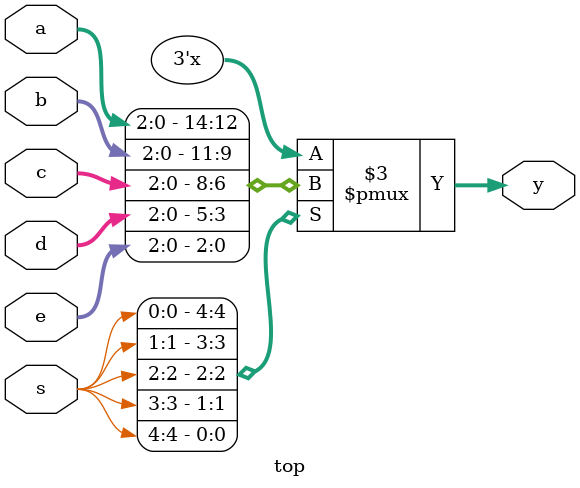
<source format=sv>
module top (input [4:0] s, input [2:0] a, b, c, d, e, output reg [2:0] y);
  always @* begin
    (* parallel_case, full_case *)
    casez (s)
      5'b????1: y = a;
      5'b???1?: y = b;
      5'b??1??: y = c;
      5'b?1???: y = d;
      5'b1????: y = e;
    endcase
  end
endmodule

</source>
